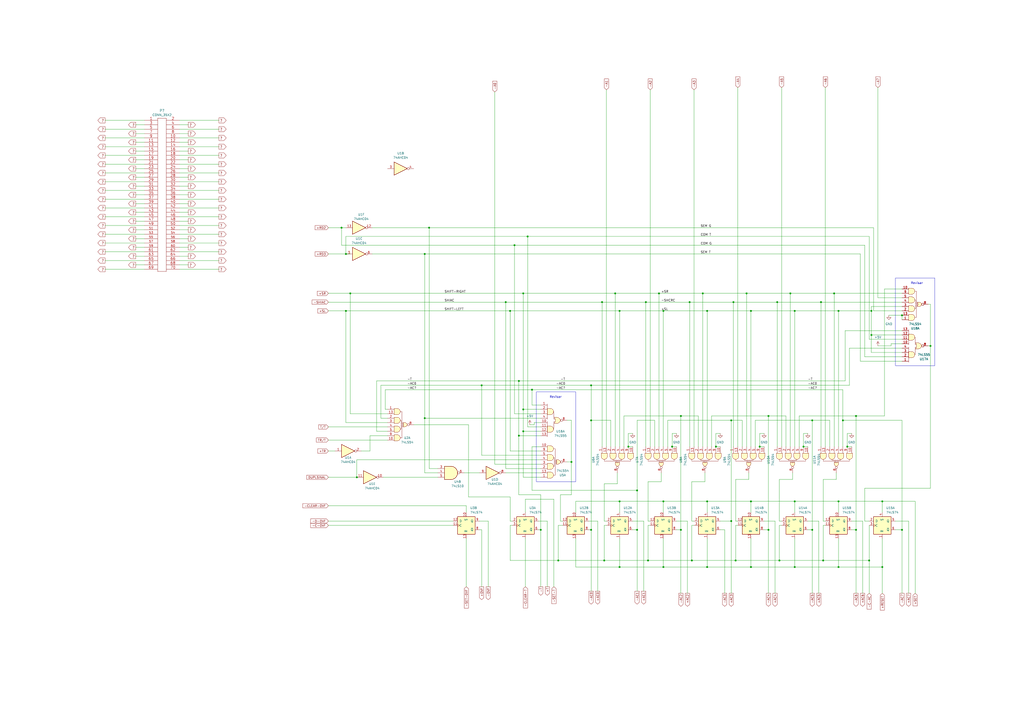
<source format=kicad_sch>
(kicad_sch (version 20250114) (generator "eeschema") (generator_version "9.0")
  (paper "A2")
  (title_block (date "2 aug 2016"))
  (rectangle (start 311.15 227.33) (end 334.01 279.4))
  (rectangle (start 519.43 161.29) (end 542.29 212.09))
  (text "Revisar" (at 318.77 231.14 0) (effects (font (size 1.27 1.27)) (justify left bottom)))
  (text "Revisar" (at 528.32 165.1 0) (effects (font (size 1.27 1.27)) (justify left bottom)))
  (junction (at 369.57 284.48))
  (junction (at 303.53 170.18))
  (junction (at 375.92 325.12))
  (junction (at 511.81 290.83))
  (junction (at 313.69 307.34))
  (junction (at 279.4 223.52))
  (junction (at 342.9 223.52))
  (junction (at 394.97 241.3))
  (junction (at 401.32 325.12))
  (junction (at 486.41 180.34))
  (junction (at 374.65 175.26))
  (junction (at 300.99 252.73))
  (junction (at 435.61 180.34))
  (junction (at 410.21 328.93))
  (junction (at 342.9 243.84))
  (junction (at 394.97 307.34))
  (junction (at 435.61 328.93))
  (junction (at 246.38 242.57))
  (junction (at 298.45 142.24))
  (junction (at 486.41 290.83))
  (junction (at 389.89 259.08))
  (junction (at 476.25 175.26))
  (junction (at 511.81 328.93))
  (junction (at 461.01 290.83))
  (junction (at 486.41 328.93))
  (junction (at 364.49 259.08))
  (junction (at 450.85 175.26))
  (junction (at 461.01 328.93))
  (junction (at 300.99 220.98))
  (junction (at 504.19 325.12))
  (junction (at 248.92 132.08))
  (junction (at 295.91 180.34))
  (junction (at 491.49 259.08))
  (junction (at 458.47 170.18))
  (junction (at 384.81 290.83))
  (junction (at 523.24 307.34))
  (junction (at 523.24 182.88))
  (junction (at 359.41 328.93))
  (junction (at 384.81 328.93))
  (junction (at 477.52 325.12))
  (junction (at 306.07 137.16))
  (junction (at 359.41 180.34))
  (junction (at 426.72 325.12))
  (junction (at 369.57 307.34))
  (junction (at 331.47 267.97))
  (junction (at 505.46 180.34))
  (junction (at 496.57 307.34))
  (junction (at 350.52 325.12))
  (junction (at 356.87 170.18))
  (junction (at 445.77 241.3))
  (junction (at 424.18 302.26))
  (junction (at 303.53 250.19))
  (junction (at 342.9 307.34))
  (junction (at 203.2 170.18))
  (junction (at 471.17 243.84))
  (junction (at 384.81 180.34))
  (junction (at 452.12 325.12))
  (junction (at 471.17 307.34))
  (junction (at 382.27 170.18))
  (junction (at 308.61 226.06))
  (junction (at 207.01 276.86))
  (junction (at 293.37 175.26))
  (junction (at 323.85 325.12))
  (junction (at 425.45 175.26))
  (junction (at 505.46 194.31))
  (junction (at 303.53 237.49))
  (junction (at 461.01 180.34))
  (junction (at 349.25 175.26))
  (junction (at 445.77 307.34))
  (junction (at 415.29 259.08))
  (junction (at 410.21 290.83))
  (junction (at 359.41 290.83))
  (junction (at 483.87 170.18))
  (junction (at 246.38 147.32))
  (junction (at 198.12 132.08))
  (junction (at 435.61 290.83))
  (junction (at 410.21 180.34))
  (junction (at 400.05 175.26))
  (junction (at 424.18 243.84))
  (junction (at 407.67 170.18))
  (junction (at 539.75 200.66))
  (junction (at 466.09 259.08))
  (junction (at 200.66 180.34))
  (junction (at 496.57 241.3))
  (junction (at 200.66 147.32))
  (junction (at 440.69 259.08))
  (junction (at 433.07 170.18))
  (junction (at 488.95 243.84))
  (wire (pts (xy 369.57 307.34) (xy 369.57 342.9)))
  (wire (pts (xy 373.38 302.26) (xy 373.38 342.9)))
  (wire (pts (xy 488.95 243.84) (xy 488.95 226.06)))
  (wire (pts (xy 486.41 180.34) (xy 486.41 259.08)))
  (wire (pts (xy 477.52 304.8) (xy 477.52 325.12)))
  (wire (pts (xy 127 100.33) (xy 104.14 100.33)))
  (wire (pts (xy 523.24 201.93) (xy 492.76 201.93)))
  (wire (pts (xy 334.01 290.83) (xy 359.41 290.83)))
  (wire (pts (xy 350.52 304.8) (xy 350.52 325.12)))
  (wire (pts (xy 492.76 201.93) (xy 492.76 223.52)))
  (wire (pts (xy 78.74 153.67) (xy 83.82 153.67)))
  (wire (pts (xy 488.95 243.84) (xy 488.95 259.08)))
  (wire (pts (xy 392.43 251.46) (xy 389.89 251.46)))
  (wire (pts (xy 412.75 241.3) (xy 445.77 241.3)))
  (wire (pts (xy 392.43 302.26) (xy 398.78 302.26)))
  (wire (pts (xy 523.24 204.47) (xy 505.46 204.47)))
  (wire (pts (xy 104.14 148.59) (xy 109.22 148.59)))
  (wire (pts (xy 383.54 279.4) (xy 383.54 274.32)))
  (wire (pts (xy 127 69.85) (xy 104.14 69.85)))
  (wire (pts (xy 83.82 143.51) (xy 78.74 143.51)))
  (wire (pts (xy 127 130.81) (xy 104.14 130.81)))
  (wire (pts (xy 127 156.21) (xy 104.14 156.21)))
  (wire (pts (xy 351.79 304.8) (xy 350.52 304.8)))
  (wire (pts (xy 523.24 196.85) (xy 504.19 196.85)))
  (wire (pts (xy 109.22 77.47) (xy 104.14 77.47)))
  (wire (pts (xy 471.17 243.84) (xy 471.17 307.34)))
  (wire (pts (xy 78.74 72.39) (xy 83.82 72.39)))
  (wire (pts (xy 306.07 137.16) (xy 306.07 247.65)))
  (wire (pts (xy 78.74 97.79) (xy 83.82 97.79)))
  (wire (pts (xy 410.21 312.42) (xy 410.21 328.93)))
  (wire (pts (xy 109.22 118.11) (xy 104.14 118.11)))
  (wire (pts (xy 297.18 304.8) (xy 295.91 304.8)))
  (wire (pts (xy 109.22 87.63) (xy 104.14 87.63)))
  (wire (pts (xy 459.74 278.13) (xy 459.74 274.32)))
  (wire (pts (xy 412.75 259.08) (xy 412.75 241.3)))
  (wire (pts (xy 200.66 147.32) (xy 203.2 147.32)))
  (wire (pts (xy 427.99 302.26) (xy 426.72 302.26)))
  (wire (pts (xy 127 80.01) (xy 104.14 80.01)))
  (wire (pts (xy 313.69 240.03) (xy 298.45 240.03)))
  (wire (pts (xy 127 125.73) (xy 104.14 125.73)))
  (wire (pts (xy 326.39 302.26) (xy 325.12 302.26)))
  (wire (pts (xy 78.74 77.47) (xy 83.82 77.47)))
  (wire (pts (xy 313.69 247.65) (xy 306.07 247.65)))
  (wire (pts (xy 359.41 180.34) (xy 384.81 180.34)))
  (wire (pts (xy 109.22 138.43) (xy 104.14 138.43)))
  (wire (pts (xy 490.22 191.77) (xy 490.22 220.98)))
  (wire (pts (xy 326.39 304.8) (xy 323.85 304.8)))
  (wire (pts (xy 410.21 328.93) (xy 435.61 328.93)))
  (wire (pts (xy 203.2 170.18) (xy 203.2 240.03)))
  (wire (pts (xy 433.07 170.18) (xy 433.07 259.08)))
  (wire (pts (xy 109.22 92.71) (xy 104.14 92.71)))
  (wire (pts (xy 424.18 243.84) (xy 430.53 243.84)))
  (wire (pts (xy 427.99 304.8) (xy 426.72 304.8)))
  (wire (pts (xy 342.9 223.52) (xy 492.76 223.52)))
  (wire (pts (xy 440.69 251.46) (xy 440.69 259.08)))
  (wire (pts (xy 401.32 304.8) (xy 401.32 325.12)))
  (wire (pts (xy 220.98 223.52) (xy 279.4 223.52)))
  (wire (pts (xy 200.66 180.34) (xy 295.91 180.34)))
  (wire (pts (xy 394.97 241.3) (xy 394.97 307.34)))
  (wire (pts (xy 109.22 143.51) (xy 104.14 143.51)))
  (wire (pts (xy 312.42 302.26) (xy 317.5 302.26)))
  (wire (pts (xy 494.03 251.46) (xy 491.49 251.46)))
  (wire (pts (xy 481.33 243.84) (xy 481.33 259.08)))
  (wire (pts (xy 248.92 132.08) (xy 506.73 132.08)))
  (wire (pts (xy 375.92 302.26) (xy 375.92 279.4)))
  (wire (pts (xy 207.01 266.7) (xy 313.69 266.7)))
  (wire (pts (xy 214.63 261.62) (xy 214.63 252.73)))
  (wire (pts (xy 271.78 288.29) (xy 295.91 288.29)))
  (wire (pts (xy 486.41 180.34) (xy 505.46 180.34)))
  (wire (pts (xy 443.23 251.46) (xy 440.69 251.46)))
  (wire (pts (xy 308.61 284.48) (xy 369.57 284.48)))
  (wire (pts (xy 445.77 307.34) (xy 445.77 344.17)))
  (wire (pts (xy 60.96 110.49) (xy 83.82 110.49)))
  (wire (pts (xy 190.5 175.26) (xy 293.37 175.26)))
  (wire (pts (xy 501.65 283.21) (xy 539.75 283.21)))
  (wire (pts (xy 485.14 278.13) (xy 485.14 274.32)))
  (wire (pts (xy 452.12 304.8) (xy 452.12 325.12)))
  (wire (pts (xy 78.74 102.87) (xy 83.82 102.87)))
  (wire (pts (xy 415.29 251.46) (xy 415.29 259.08)))
  (wire (pts (xy 427.99 50.8) (xy 427.99 259.08)))
  (wire (pts (xy 293.37 175.26) (xy 349.25 175.26)))
  (wire (pts (xy 443.23 307.34) (xy 445.77 307.34)))
  (wire (pts (xy 303.53 170.18) (xy 356.87 170.18)))
  (wire (pts (xy 523.24 194.31) (xy 505.46 194.31)))
  (wire (pts (xy 402.59 302.26) (xy 401.32 302.26)))
  (wire (pts (xy 375.92 325.12) (xy 401.32 325.12)))
  (wire (pts (xy 455.93 241.3) (xy 455.93 259.08)))
  (wire (pts (xy 449.58 344.17) (xy 449.58 302.26)))
  (wire (pts (xy 328.93 267.97) (xy 331.47 267.97)))
  (wire (pts (xy 449.58 302.26) (xy 443.23 302.26)))
  (wire (pts (xy 501.65 207.01) (xy 501.65 142.24)))
  (wire (pts (xy 127 135.89) (xy 104.14 135.89)))
  (wire (pts (xy 400.05 175.26) (xy 400.05 259.08)))
  (wire (pts (xy 476.25 175.26) (xy 476.25 259.08)))
  (wire (pts (xy 445.77 241.3) (xy 455.93 241.3)))
  (wire (pts (xy 60.96 74.93) (xy 83.82 74.93)))
  (wire (pts (xy 218.44 220.98) (xy 300.99 220.98)))
  (wire (pts (xy 215.9 132.08) (xy 248.92 132.08)))
  (wire (pts (xy 325.12 287.02) (xy 331.47 287.02)))
  (wire (pts (xy 300.99 220.98) (xy 490.22 220.98)))
  (wire (pts (xy 410.21 290.83) (xy 410.21 297.18)))
  (wire (pts (xy 474.98 302.26) (xy 474.98 344.17)))
  (wire (pts (xy 435.61 180.34) (xy 435.61 259.08)))
  (wire (pts (xy 513.08 167.64) (xy 513.08 241.3)))
  (wire (pts (xy 200.66 137.16) (xy 200.66 147.32)))
  (wire (pts (xy 295.91 304.8) (xy 295.91 325.12)))
  (wire (pts (xy 356.87 170.18) (xy 356.87 259.08)))
  (wire (pts (xy 78.74 92.71) (xy 83.82 92.71)))
  (wire (pts (xy 279.4 307.34) (xy 279.4 340.36)))
  (wire (pts (xy 341.63 307.34) (xy 342.9 307.34)))
  (wire (pts (xy 384.81 180.34) (xy 384.81 259.08)))
  (wire (pts (xy 328.93 243.84) (xy 331.47 243.84)))
  (wire (pts (xy 303.53 250.19) (xy 313.69 250.19)))
  (wire (pts (xy 190.5 247.65) (xy 224.79 247.65)))
  (wire (pts (xy 523.24 172.72) (xy 509.27 172.72)))
  (wire (pts (xy 374.65 259.08) (xy 374.65 175.26)))
  (wire (pts (xy 433.07 170.18) (xy 458.47 170.18)))
  (wire (pts (xy 435.61 312.42) (xy 435.61 328.93)))
  (wire (pts (xy 313.69 261.62) (xy 295.91 261.62)))
  (wire (pts (xy 246.38 242.57) (xy 246.38 147.32)))
  (wire (pts (xy 269.24 274.32) (xy 278.13 274.32)))
  (wire (pts (xy 334.01 328.93) (xy 359.41 328.93)))
  (wire (pts (xy 313.69 307.34) (xy 313.69 340.36)))
  (wire (pts (xy 60.96 140.97) (xy 83.82 140.97)))
  (wire (pts (xy 440.69 259.08) (xy 443.23 259.08)))
  (wire (pts (xy 109.22 133.35) (xy 104.14 133.35)))
  (wire (pts (xy 309.88 245.11) (xy 313.69 245.11)))
  (wire (pts (xy 463.55 241.3) (xy 463.55 259.08)))
  (wire (pts (xy 60.96 151.13) (xy 83.82 151.13)))
  (wire (pts (xy 461.01 290.83) (xy 486.41 290.83)))
  (wire (pts (xy 200.66 245.11) (xy 224.79 245.11)))
  (wire (pts (xy 361.95 241.3) (xy 394.97 241.3)))
  (wire (pts (xy 60.96 115.57) (xy 83.82 115.57)))
  (wire (pts (xy 461.01 180.34) (xy 461.01 259.08)))
  (wire (pts (xy 434.34 274.32) (xy 434.34 278.13)))
  (wire (pts (xy 60.96 135.89) (xy 83.82 135.89)))
  (wire (pts (xy 350.52 302.26) (xy 350.52 280.67)))
  (wire (pts (xy 127 146.05) (xy 104.14 146.05)))
  (wire (pts (xy 426.72 304.8) (xy 426.72 325.12)))
  (wire (pts (xy 200.66 180.34) (xy 200.66 245.11)))
  (wire (pts (xy 298.45 142.24) (xy 501.65 142.24)))
  (wire (pts (xy 224.79 250.19) (xy 218.44 250.19)))
  (wire (pts (xy 309.88 246.38) (xy 309.88 245.11)))
  (wire (pts (xy 367.03 307.34) (xy 369.57 307.34)))
  (wire (pts (xy 461.01 312.42) (xy 461.01 328.93)))
  (wire (pts (xy 523.24 167.64) (xy 513.08 167.64)))
  (wire (pts (xy 78.74 128.27) (xy 83.82 128.27)))
  (wire (pts (xy 198.12 142.24) (xy 298.45 142.24)))
  (wire (pts (xy 349.25 175.26) (xy 349.25 259.08)))
  (wire (pts (xy 458.47 170.18) (xy 458.47 259.08)))
  (wire (pts (xy 321.31 289.56) (xy 321.31 340.36)))
  (wire (pts (xy 523.24 243.84) (xy 488.95 243.84)))
  (wire (pts (xy 215.9 147.32) (xy 246.38 147.32)))
  (wire (pts (xy 417.83 302.26) (xy 424.18 302.26)))
  (wire (pts (xy 538.48 176.53) (xy 539.75 176.53)))
  (wire (pts (xy 60.96 125.73) (xy 83.82 125.73)))
  (wire (pts (xy 127 120.65) (xy 104.14 120.65)))
  (wire (pts (xy 369.57 243.84) (xy 369.57 284.48)))
  (wire (pts (xy 504.19 325.12) (xy 504.19 304.8)))
  (wire (pts (xy 300.99 220.98) (xy 300.99 252.73)))
  (wire (pts (xy 287.02 269.24) (xy 287.02 53.34)))
  (wire (pts (xy 375.92 279.4) (xy 383.54 279.4)))
  (wire (pts (xy 506.73 180.34) (xy 523.24 180.34)))
  (wire (pts (xy 494.03 302.26) (xy 500.38 302.26)))
  (wire (pts (xy 387.35 259.08) (xy 387.35 243.84)))
  (wire (pts (xy 410.21 290.83) (xy 435.61 290.83)))
  (wire (pts (xy 313.69 264.16) (xy 279.4 264.16)))
  (wire (pts (xy 295.91 325.12) (xy 323.85 325.12)))
  (wire (pts (xy 109.22 72.39) (xy 104.14 72.39)))
  (wire (pts (xy 486.41 290.83) (xy 511.81 290.83)))
  (wire (pts (xy 359.41 290.83) (xy 384.81 290.83)))
  (wire (pts (xy 190.5 255.27) (xy 224.79 255.27)))
  (wire (pts (xy 198.12 142.24) (xy 198.12 132.08)))
  (wire (pts (xy 483.87 170.18) (xy 523.24 170.18)))
  (wire (pts (xy 60.96 105.41) (xy 83.82 105.41)))
  (wire (pts (xy 516.89 199.39) (xy 516.89 200.66)))
  (wire (pts (xy 341.63 302.26) (xy 346.71 302.26)))
  (wire (pts (xy 452.12 302.26) (xy 452.12 278.13)))
  (wire (pts (xy 539.75 200.66) (xy 539.75 283.21)))
  (wire (pts (xy 109.22 153.67) (xy 104.14 153.67)))
  (wire (pts (xy 491.49 259.08) (xy 494.03 259.08)))
  (wire (pts (xy 262.89 304.8) (xy 190.5 304.8)))
  (wire (pts (xy 453.39 302.26) (xy 452.12 302.26)))
  (wire (pts (xy 323.85 325.12) (xy 350.52 325.12)))
  (wire (pts (xy 60.96 120.65) (xy 83.82 120.65)))
  (wire (pts (xy 523.24 199.39) (xy 516.89 199.39)))
  (wire (pts (xy 127 95.25) (xy 104.14 95.25)))
  (wire (pts (xy 389.89 251.46) (xy 389.89 259.08)))
  (wire (pts (xy 523.24 307.34) (xy 523.24 243.84)))
  (wire (pts (xy 425.45 175.26) (xy 450.85 175.26)))
  (wire (pts (xy 425.45 175.26) (xy 425.45 259.08)))
  (wire (pts (xy 60.96 85.09) (xy 83.82 85.09)))
  (wire (pts (xy 359.41 312.42) (xy 359.41 328.93)))
  (wire (pts (xy 295.91 302.26) (xy 297.18 302.26)))
  (wire (pts (xy 450.85 175.26) (xy 476.25 175.26)))
  (wire (pts (xy 367.03 302.26) (xy 373.38 302.26)))
  (wire (pts (xy 334.01 297.18) (xy 334.01 290.83)))
  (wire (pts (xy 500.38 302.26) (xy 500.38 344.17)))
  (wire (pts (xy 384.81 290.83) (xy 410.21 290.83)))
  (wire (pts (xy 384.81 328.93) (xy 410.21 328.93)))
  (wire (pts (xy 109.22 97.79) (xy 104.14 97.79)))
  (wire (pts (xy 222.25 276.86) (xy 254 276.86)))
  (wire (pts (xy 468.63 302.26) (xy 474.98 302.26)))
  (wire (pts (xy 190.5 170.18) (xy 203.2 170.18)))
  (wire (pts (xy 523.24 209.55) (xy 499.11 209.55)))
  (wire (pts (xy 511.81 328.93) (xy 511.81 312.42)))
  (wire (pts (xy 496.57 241.3) (xy 513.08 241.3)))
  (wire (pts (xy 369.57 284.48) (xy 369.57 307.34)))
  (wire (pts (xy 398.78 302.26) (xy 398.78 344.17)))
  (wire (pts (xy 377.19 304.8) (xy 375.92 304.8)))
  (wire (pts (xy 486.41 290.83) (xy 486.41 297.18)))
  (wire (pts (xy 367.03 251.46) (xy 364.49 251.46)))
  (wire (pts (xy 127 140.97) (xy 104.14 140.97)))
  (wire (pts (xy 248.92 271.78) (xy 254 271.78)))
  (wire (pts (xy 405.13 241.3) (xy 405.13 259.08)))
  (wire (pts (xy 505.46 194.31) (xy 505.46 180.34)))
  (wire (pts (xy 519.43 307.34) (xy 523.24 307.34)))
  (wire (pts (xy 452.12 325.12) (xy 477.52 325.12)))
  (wire (pts (xy 478.79 302.26) (xy 477.52 302.26)))
  (wire (pts (xy 127 110.49) (xy 104.14 110.49)))
  (wire (pts (xy 435.61 328.93) (xy 461.01 328.93)))
  (wire (pts (xy 394.97 307.34) (xy 394.97 344.17)))
  (wire (pts (xy 295.91 180.34) (xy 359.41 180.34)))
  (wire (pts (xy 127 151.13) (xy 104.14 151.13)))
  (wire (pts (xy 483.87 170.18) (xy 483.87 259.08)))
  (wire (pts (xy 313.69 269.24) (xy 287.02 269.24)))
  (wire (pts (xy 248.92 132.08) (xy 248.92 271.78)))
  (wire (pts (xy 527.05 302.26) (xy 519.43 302.26)))
  (wire (pts (xy 334.01 312.42) (xy 334.01 328.93)))
  (wire (pts (xy 509.27 200.66) (xy 516.89 200.66)))
  (wire (pts (xy 369.57 243.84) (xy 379.73 243.84)))
  (wire (pts (xy 461.01 328.93) (xy 486.41 328.93)))
  (wire (pts (xy 127 105.41) (xy 104.14 105.41)))
  (wire (pts (xy 298.45 240.03) (xy 298.45 142.24)))
  (wire (pts (xy 60.96 95.25) (xy 83.82 95.25)))
  (wire (pts (xy 461.01 290.83) (xy 461.01 297.18)))
  (wire (pts (xy 486.41 328.93) (xy 511.81 328.93)))
  (wire (pts (xy 384.81 312.42) (xy 384.81 328.93)))
  (wire (pts (xy 401.32 302.26) (xy 401.32 279.4)))
  (wire (pts (xy 384.81 180.34) (xy 410.21 180.34)))
  (wire (pts (xy 356.87 170.18) (xy 382.27 170.18)))
  (wire (pts (xy 511.81 290.83) (xy 511.81 297.18)))
  (wire (pts (xy 496.57 307.34) (xy 494.03 307.34)))
  (wire (pts (xy 313.69 259.08) (xy 308.61 259.08)))
  (wire (pts (xy 207.01 266.7) (xy 207.01 276.86)))
  (wire (pts (xy 402.59 304.8) (xy 401.32 304.8)))
  (wire (pts (xy 424.18 302.26) (xy 424.18 344.17)))
  (wire (pts (xy 308.61 226.06) (xy 308.61 234.95)))
  (wire (pts (xy 78.74 82.55) (xy 83.82 82.55)))
  (wire (pts (xy 295.91 288.29) (xy 295.91 302.26)))
  (wire (pts (xy 382.27 170.18) (xy 407.67 170.18)))
  (wire (pts (xy 400.05 175.26) (xy 425.45 175.26)))
  (wire (pts (xy 60.96 146.05) (xy 83.82 146.05)))
  (wire (pts (xy 458.47 170.18) (xy 483.87 170.18)))
  (wire (pts (xy 471.17 243.84) (xy 481.33 243.84)))
  (wire (pts (xy 426.72 325.12) (xy 452.12 325.12)))
  (wire (pts (xy 435.61 290.83) (xy 435.61 297.18)))
  (wire (pts (xy 375.92 304.8) (xy 375.92 325.12)))
  (wire (pts (xy 466.09 251.46) (xy 466.09 259.08)))
  (wire (pts (xy 223.52 226.06) (xy 308.61 226.06)))
  (wire (pts (xy 283.21 340.36) (xy 283.21 302.26)))
  (wire (pts (xy 127 85.09) (xy 104.14 85.09)))
  (wire (pts (xy 477.52 325.12) (xy 504.19 325.12)))
  (wire (pts (xy 109.22 82.55) (xy 104.14 82.55)))
  (wire (pts (xy 254 274.32) (xy 246.38 274.32)))
  (wire (pts (xy 190.5 293.37) (xy 270.51 293.37)))
  (wire (pts (xy 359.41 290.83) (xy 359.41 297.18)))
  (wire (pts (xy 127 74.93) (xy 104.14 74.93)))
  (wire (pts (xy 303.53 237.49) (xy 313.69 237.49)))
  (wire (pts (xy 505.46 204.47) (xy 505.46 194.31)))
  (wire (pts (xy 364.49 251.46) (xy 364.49 259.08)))
  (wire (pts (xy 350.52 280.67) (xy 358.14 280.67)))
  (wire (pts (xy 407.67 170.18) (xy 433.07 170.18)))
  (wire (pts (xy 317.5 302.26) (xy 317.5 340.36)))
  (wire (pts (xy 486.41 312.42) (xy 486.41 328.93)))
  (wire (pts (xy 194.31 261.62) (xy 190.5 261.62)))
  (wire (pts (xy 313.69 271.78) (xy 293.37 271.78)))
  (wire (pts (xy 496.57 344.17) (xy 496.57 307.34)))
  (wire (pts (xy 190.5 132.08) (xy 198.12 132.08)))
  (wire (pts (xy 358.14 280.67) (xy 358.14 274.32)))
  (wire (pts (xy 478.79 259.08) (xy 478.79 50.8)))
  (wire (pts (xy 401.32 279.4) (xy 408.94 279.4)))
  (wire (pts (xy 410.21 180.34) (xy 410.21 259.08)))
  (wire (pts (xy 496.57 241.3) (xy 496.57 307.34)))
  (wire (pts (xy 445.77 241.3) (xy 445.77 307.34)))
  (wire (pts (xy 359.41 180.34) (xy 359.41 259.08)))
  (wire (pts (xy 304.8 297.18) (xy 304.8 289.56)))
  (wire (pts (xy 408.94 279.4) (xy 408.94 274.32)))
  (wire (pts (xy 279.4 223.52) (xy 279.4 264.16)))
  (wire (pts (xy 304.8 289.56) (xy 321.31 289.56)))
  (wire (pts (xy 349.25 175.26) (xy 374.65 175.26)))
  (wire (pts (xy 293.37 274.32) (xy 313.69 274.32)))
  (wire (pts (xy 60.96 80.01) (xy 83.82 80.01)))
  (wire (pts (xy 200.66 137.16) (xy 306.07 137.16)))
  (wire (pts (xy 109.22 102.87) (xy 104.14 102.87)))
  (wire (pts (xy 527.05 344.17) (xy 527.05 302.26)))
  (wire (pts (xy 394.97 241.3) (xy 405.13 241.3)))
  (wire (pts (xy 308.61 234.95) (xy 313.69 234.95)))
  (wire (pts (xy 476.25 175.26) (xy 523.24 175.26)))
  (wire (pts (xy 415.29 259.08) (xy 417.83 259.08)))
  (wire (pts (xy 190.5 147.32) (xy 200.66 147.32)))
  (wire (pts (xy 420.37 344.17) (xy 420.37 307.34)))
  (wire (pts (xy 382.27 170.18) (xy 382.27 259.08)))
  (wire (pts (xy 530.86 290.83) (xy 511.81 290.83)))
  (wire (pts (xy 392.43 307.34) (xy 394.97 307.34)))
  (wire (pts (xy 203.2 170.18) (xy 303.53 170.18)))
  (wire (pts (xy 435.61 180.34) (xy 461.01 180.34)))
  (wire (pts (xy 109.22 107.95) (xy 104.14 107.95)))
  (wire (pts (xy 271.78 246.38) (xy 271.78 288.29)))
  (wire (pts (xy 246.38 274.32) (xy 246.38 242.57)))
  (wire (pts (xy 539.75 176.53) (xy 539.75 200.66)))
  (wire (pts (xy 491.49 251.46) (xy 491.49 259.08)))
  (wire (pts (xy 283.21 302.26) (xy 278.13 302.26)))
  (wire (pts (xy 515.62 182.88) (xy 523.24 182.88)))
  (wire (pts (xy 505.46 180.34) (xy 505.46 177.8)))
  (wire (pts (xy 420.37 307.34) (xy 417.83 307.34)))
  (wire (pts (xy 501.65 302.26) (xy 504.19 302.26)))
  (wire (pts (xy 300.99 252.73) (xy 313.69 252.73)))
  (wire (pts (xy 224.79 240.03) (xy 203.2 240.03)))
  (wire (pts (xy 60.96 130.81) (xy 83.82 130.81)))
  (wire (pts (xy 60.96 100.33) (xy 83.82 100.33)))
  (wire (pts (xy 523.24 307.34) (xy 523.24 344.17)))
  (wire (pts (xy 223.52 237.49) (xy 224.79 237.49)))
  (wire (pts (xy 351.79 302.26) (xy 350.52 302.26)))
  (wire (pts (xy 78.74 133.35) (xy 83.82 133.35)))
  (wire (pts (xy 306.07 137.16) (xy 504.19 137.16)))
  (wire (pts (xy 402.59 259.08) (xy 402.59 52.07)))
  (wire (pts (xy 523.24 191.77) (xy 490.22 191.77)))
  (wire (pts (xy 214.63 252.73) (xy 224.79 252.73)))
  (wire (pts (xy 270.51 312.42) (xy 270.51 340.36)))
  (wire (pts (xy 300.99 287.02) (xy 313.69 287.02)))
  (wire (pts (xy 361.95 259.08) (xy 361.95 241.3)))
  (wire (pts (xy 293.37 175.26) (xy 293.37 271.78)))
  (wire (pts (xy 308.61 226.06) (xy 488.95 226.06)))
  (wire (pts (xy 523.24 207.01) (xy 501.65 207.01)))
  (wire (pts (xy 438.15 259.08) (xy 438.15 243.84)))
  (wire (pts (xy 438.15 243.84) (xy 471.17 243.84)))
  (wire (pts (xy 223.52 237.49) (xy 223.52 226.06)))
  (wire (pts (xy 359.41 328.93) (xy 384.81 328.93)))
  (wire (pts (xy 78.74 113.03) (xy 83.82 113.03)))
  (wire (pts (xy 461.01 180.34) (xy 486.41 180.34)))
  (wire (pts (xy 410.21 180.34) (xy 435.61 180.34)))
  (wire (pts (xy 379.73 243.84) (xy 379.73 259.08)))
  (wire (pts (xy 354.33 259.08) (xy 354.33 243.84)))
  (wire (pts (xy 78.74 123.19) (xy 83.82 123.19)))
  (wire (pts (xy 278.13 307.34) (xy 279.4 307.34)))
  (wire (pts (xy 530.86 344.17) (xy 530.86 290.83)))
  (wire (pts (xy 342.9 243.84) (xy 342.9 307.34)))
  (wire (pts (xy 504.19 344.17) (xy 504.19 325.12)))
  (wire (pts (xy 346.71 302.26) (xy 346.71 342.9)))
  (wire (pts (xy 407.67 170.18) (xy 407.67 259.08)))
  (wire (pts (xy 477.52 278.13) (xy 485.14 278.13)))
  (wire (pts (xy 303.53 237.49) (xy 303.53 250.19)))
  (wire (pts (xy 384.81 290.83) (xy 384.81 297.18)))
  (wire (pts (xy 303.53 170.18) (xy 303.53 237.49)))
  (wire (pts (xy 240.03 246.38) (xy 271.78 246.38)))
  (wire (pts (xy 468.63 307.34) (xy 471.17 307.34)))
  (wire (pts (xy 246.38 242.57) (xy 313.69 242.57)))
  (wire (pts (xy 511.81 344.17) (xy 511.81 328.93)))
  (wire (pts (xy 190.5 276.86) (xy 207.01 276.86)))
  (wire (pts (xy 506.73 132.08) (xy 506.73 180.34)))
  (wire (pts (xy 78.74 148.59) (xy 83.82 148.59)))
  (wire (pts (xy 304.8 312.42) (xy 304.8 340.36)))
  (wire (pts (xy 78.74 107.95) (xy 83.82 107.95)))
  (wire (pts (xy 246.38 147.32) (xy 499.11 147.32)))
  (wire (pts (xy 127 115.57) (xy 104.14 115.57)))
  (wire (pts (xy 109.22 113.03) (xy 104.14 113.03)))
  (wire (pts (xy 303.53 250.19) (xy 303.53 276.86)))
  (wire (pts (xy 307.34 246.38) (xy 309.88 246.38)))
  (wire (pts (xy 308.61 259.08) (xy 308.61 284.48)))
  (wire (pts (xy 450.85 175.26) (xy 450.85 259.08)))
  (wire (pts (xy 499.11 209.55) (xy 499.11 147.32)))
  (wire (pts (xy 505.46 177.8) (xy 523.24 177.8)))
  (wire (pts (xy 60.96 69.85) (xy 83.82 69.85)))
  (wire (pts (xy 220.98 242.57) (xy 224.79 242.57)))
  (wire (pts (xy 350.52 325.12) (xy 375.92 325.12)))
  (wire (pts (xy 523.24 182.88) (xy 523.24 185.42)))
  (wire (pts (xy 466.09 259.08) (xy 468.63 259.08)))
  (wire (pts (xy 342.9 243.84) (xy 342.9 223.52)))
  (wire (pts (xy 300.99 252.73) (xy 300.99 287.02)))
  (wire (pts (xy 60.96 156.21) (xy 83.82 156.21)))
  (wire (pts (xy 504.19 137.16) (xy 504.19 196.85)))
  (wire (pts (xy 387.35 243.84) (xy 424.18 243.84)))
  (wire (pts (xy 374.65 175.26) (xy 400.05 175.26)))
  (wire (pts (xy 426.72 302.26) (xy 426.72 278.13)))
  (wire (pts (xy 351.79 52.07) (xy 351.79 259.08)))
  (wire (pts (xy 303.53 276.86) (xy 313.69 276.86)))
  (wire (pts (xy 325.12 302.26) (xy 325.12 287.02)))
  (wire (pts (xy 313.69 307.34) (xy 312.42 307.34)))
  (wire (pts (xy 453.39 259.08) (xy 453.39 50.8)))
  (wire (pts (xy 538.48 200.66) (xy 539.75 200.66)))
  (wire (pts (xy 190.5 180.34) (xy 200.66 180.34)))
  (wire (pts (xy 218.44 250.19) (xy 218.44 220.98)))
  (wire (pts (xy 190.5 302.26) (xy 262.89 302.26)))
  (wire (pts (xy 417.83 251.46) (xy 415.29 251.46)))
  (wire (pts (xy 377.19 302.26) (xy 375.92 302.26)))
  (wire (pts (xy 313.69 287.02) (xy 313.69 307.34)))
  (wire (pts (xy 377.19 52.07) (xy 377.19 259.08)))
  (wire (pts (xy 426.72 278.13) (xy 434.34 278.13)))
  (wire (pts (xy 78.74 87.63) (xy 83.82 87.63)))
  (wire (pts (xy 354.33 243.84) (xy 342.9 243.84)))
  (wire (pts (xy 78.74 118.11) (xy 83.82 118.11)))
  (wire (pts (xy 435.61 290.83) (xy 461.01 290.83)))
  (wire (pts (xy 501.65 302.26) (xy 501.65 283.21)))
  (wire (pts (xy 331.47 287.02) (xy 331.47 267.97)))
  (wire (pts (xy 220.98 223.52) (xy 220.98 242.57)))
  (wire (pts (xy 496.57 241.3) (xy 463.55 241.3)))
  (wire (pts (xy 323.85 304.8) (xy 323.85 325.12)))
  (wire (pts (xy 468.63 251.46) (xy 466.09 251.46)))
  (wire (pts (xy 109.22 128.27) (xy 104.14 128.27)))
  (wire (pts (xy 127 90.17) (xy 104.14 90.17)))
  (wire (pts (xy 453.39 304.8) (xy 452.12 304.8)))
  (wire (pts (xy 214.63 261.62) (xy 209.55 261.62)))
  (wire (pts (xy 331.47 243.84) (xy 331.47 267.97)))
  (wire (pts (xy 452.12 278.13) (xy 459.74 278.13)))
  (wire (pts (xy 295.91 261.62) (xy 295.91 180.34)))
  (wire (pts (xy 509.27 172.72) (xy 509.27 50.8)))
  (wire (pts (xy 401.32 325.12) (xy 426.72 325.12)))
  (wire (pts (xy 109.22 123.19) (xy 104.14 123.19)))
  (wire (pts (xy 83.82 138.43) (xy 78.74 138.43)))
  (wire (pts (xy 471.17 307.34) (xy 471.17 344.17)))
  (wire (pts (xy 478.79 304.8) (xy 477.52 304.8)))
  (wire (pts (xy 60.96 90.17) (xy 83.82 90.17)))
  (wire (pts (xy 198.12 132.08) (xy 200.66 132.08)))
  (wire (pts (xy 424.18 243.84) (xy 424.18 302.26)))
  (wire (pts (xy 477.52 302.26) (xy 477.52 278.13)))
  (wire (pts (xy 279.4 223.52) (xy 342.9 223.52)))
  (wire (pts (xy 270.51 293.37) (xy 270.51 297.18)))
  (wire (pts (xy 430.53 243.84) (xy 430.53 259.08)))
  (wire (pts (xy 364.49 259.08) (xy 367.03 259.08)))
  (wire (pts (xy 389.89 259.08) (xy 392.43 259.08)))
  (wire (pts (xy 342.9 307.34) (xy 342.9 342.9)))
  (label "-AC7" (at 468.63 226.06 0))
  (label "SHIFT-LEFT" (at 257.81 180.34 0))
  (label "SEM T" (at 406.4 147.32 0))
  (label "-AC0" (at 236.22 223.52 0))
  (label "-SHCRC" (at 383.54 175.26 0))
  (label "COM G" (at 406.4 142.24 0))
  (label "COM T" (at 406.4 137.16 0))
  (label "-AC0" (at 322.58 223.52 0))
  (label "SHIAC" (at 257.81 175.26 0))
  (label "-T" (at 236.22 220.98 0))
  (label "-AC7" (at 322.58 226.06 0))
  (label "+SR" (at 383.54 170.18 0))
  (label "-T" (at 468.63 220.98 0))
  (label "+SL" (at 383.54 180.34 0))
  (label "-AC7" (at 236.22 226.06 0))
  (label "SHIFT-RIGHT" (at 257.81 170.18 0))
  (label "SEM G" (at 406.4 132.08 0))
  (label "-AC0" (at 468.63 223.52 0))
  (label "-T" (at 325.12 220.98 0))
  (global_label "-AC5" (shape output) (at 471.17 344.17 270) (property "Intersheetrefs" "${INTERSHEET_REFS}" (effects (hide yes))))
  (global_label "?" (shape output) (at 109.22 133.35 0) (effects (font (size 1.524 1.524))) (property "Intersheetrefs" "${INTERSHEET_REFS}" (effects (hide yes))))
  (global_label "?" (shape output) (at 109.22 97.79 0) (effects (font (size 1.524 1.524))) (property "Intersheetrefs" "${INTERSHEET_REFS}" (effects (hide yes))))
  (global_label "?" (shape output) (at 127 120.65 0) (effects (font (size 1.524 1.524))) (property "Intersheetrefs" "${INTERSHEET_REFS}" (effects (hide yes))))
  (global_label "+OVF" (shape output) (at 279.4 340.36 270) (property "Intersheetrefs" "${INTERSHEET_REFS}" (effects (hide yes))))
  (global_label "?" (shape output) (at 127 146.05 0) (effects (font (size 1.524 1.524))) (property "Intersheetrefs" "${INTERSHEET_REFS}" (effects (hide yes))))
  (global_label "-A5" (shape input) (at 453.39 50.8 90) (property "Intersheetrefs" "${INTERSHEET_REFS}" (effects (hide yes))))
  (global_label "?" (shape output) (at 109.22 138.43 0) (effects (font (size 1.524 1.524))) (property "Intersheetrefs" "${INTERSHEET_REFS}" (effects (hide yes))))
  (global_label "+SET" (shape input) (at 530.86 344.17 270) (property "Intersheetrefs" "${INTERSHEET_REFS}" (effects (hide yes))))
  (global_label "-A0" (shape input) (at 287.02 53.34 90) (property "Intersheetrefs" "${INTERSHEET_REFS}" (effects (hide yes))))
  (global_label "?" (shape output) (at 78.74 72.39 180) (effects (font (size 1.524 1.524))) (property "Intersheetrefs" "${INTERSHEET_REFS}" (effects (hide yes))))
  (global_label "?" (shape output) (at 109.22 72.39 0) (effects (font (size 1.524 1.524))) (property "Intersheetrefs" "${INTERSHEET_REFS}" (effects (hide yes))))
  (global_label "?" (shape output) (at 60.96 85.09 180) (effects (font (size 1.524 1.524))) (property "Intersheetrefs" "${INTERSHEET_REFS}" (effects (hide yes))))
  (global_label "-AC7" (shape output) (at 523.24 344.17 270) (property "Intersheetrefs" "${INTERSHEET_REFS}" (effects (hide yes))))
  (global_label "-AC1" (shape output) (at 369.57 342.9 270) (property "Intersheetrefs" "${INTERSHEET_REFS}" (effects (hide yes))))
  (global_label "-AC6" (shape output) (at 496.57 344.17 270) (property "Intersheetrefs" "${INTERSHEET_REFS}" (effects (hide yes))))
  (global_label "?" (shape output) (at 109.22 123.19 0) (effects (font (size 1.524 1.524))) (property "Intersheetrefs" "${INTERSHEET_REFS}" (effects (hide yes))))
  (global_label "-A2" (shape input) (at 377.19 52.07 90) (property "Intersheetrefs" "${INTERSHEET_REFS}" (effects (hide yes))))
  (global_label "-AC2" (shape output) (at 394.97 344.17 270) (property "Intersheetrefs" "${INTERSHEET_REFS}" (effects (hide yes))))
  (global_label "-A1" (shape input) (at 351.79 52.07 90) (property "Intersheetrefs" "${INTERSHEET_REFS}" (effects (hide yes))))
  (global_label "-C-OVF" (shape input) (at 190.5 304.8 180) (property "Intersheetrefs" "${INTERSHEET_REFS}" (effects (hide yes))))
  (global_label "?" (shape output) (at 78.74 128.27 180) (effects (font (size 1.524 1.524))) (property "Intersheetrefs" "${INTERSHEET_REFS}" (effects (hide yes))))
  (global_label "?" (shape output) (at 127 130.81 0) (effects (font (size 1.524 1.524))) (property "Intersheetrefs" "${INTERSHEET_REFS}" (effects (hide yes))))
  (global_label "+RD2" (shape input) (at 190.5 132.08 180) (property "Intersheetrefs" "${INTERSHEET_REFS}" (effects (hide yes))))
  (global_label "?" (shape output) (at 127 125.73 0) (effects (font (size 1.524 1.524))) (property "Intersheetrefs" "${INTERSHEET_REFS}" (effects (hide yes))))
  (global_label "?" (shape output) (at 78.74 113.03 180) (effects (font (size 1.524 1.524))) (property "Intersheetrefs" "${INTERSHEET_REFS}" (effects (hide yes))))
  (global_label "?" (shape output) (at 60.96 135.89 180) (effects (font (size 1.524 1.524))) (property "Intersheetrefs" "${INTERSHEET_REFS}" (effects (hide yes))))
  (global_label "?" (shape output) (at 127 69.85 0) (effects (font (size 1.524 1.524))) (property "Intersheetrefs" "${INTERSHEET_REFS}" (effects (hide yes))))
  (global_label "?" (shape output) (at 109.22 143.51 0) (effects (font (size 1.524 1.524))) (property "Intersheetrefs" "${INTERSHEET_REFS}" (effects (hide yes))))
  (global_label "+SL" (shape input) (at 190.5 180.34 180) (property "Intersheetrefs" "${INTERSHEET_REFS}" (effects (hide yes))))
  (global_label "+RESET" (shape input) (at 511.81 344.17 270) (property "Intersheetrefs" "${INTERSHEET_REFS}" (effects (hide yes))))
  (global_label "-T" (shape output) (at 313.69 340.36 270) (property "Intersheetrefs" "${INTERSHEET_REFS}" (effects (hide yes))))
  (global_label "-C-AC" (shape input) (at 504.19 344.17 270) (property "Intersheetrefs" "${INTERSHEET_REFS}" (effects (hide yes))))
  (global_label "?" (shape output) (at 60.96 105.41 180) (effects (font (size 1.524 1.524))) (property "Intersheetrefs" "${INTERSHEET_REFS}" (effects (hide yes))))
  (global_label "-A7" (shape input) (at 509.27 50.8 90) (property "Intersheetrefs" "${INTERSHEET_REFS}" (effects (hide yes))))
  (global_label "+RD3" (shape input) (at 190.5 147.32 180) (property "Intersheetrefs" "${INTERSHEET_REFS}" (effects (hide yes))))
  (global_label "?" (shape output) (at 60.96 74.93 180) (effects (font (size 1.524 1.524))) (property "Intersheetrefs" "${INTERSHEET_REFS}" (effects (hide yes))))
  (global_label "+T" (shape output) (at 317.5 340.36 270) (property "Intersheetrefs" "${INTERSHEET_REFS}" (effects (hide yes))))
  (global_label "?" (shape output) (at 109.22 153.67 0) (effects (font (size 1.524 1.524))) (property "Intersheetrefs" "${INTERSHEET_REFS}" (effects (hide yes))))
  (global_label "-CLEAR-OVF" (shape input) (at 190.5 293.37 180) (property "Intersheetrefs" "${INTERSHEET_REFS}" (effects (hide yes))))
  (global_label "+AC2" (shape output) (at 398.78 344.17 270) (property "Intersheetrefs" "${INTERSHEET_REFS}" (effects (hide yes))))
  (global_label "+AC3" (shape output) (at 424.18 344.17 270) (property "Intersheetrefs" "${INTERSHEET_REFS}" (effects (hide yes))))
  (global_label "?" (shape output) (at 60.96 140.97 180) (effects (font (size 1.524 1.524))) (property "Intersheetrefs" "${INTERSHEET_REFS}" (effects (hide yes))))
  (global_label "?" (shape output) (at 78.74 77.47 180) (effects (font (size 1.524 1.524))) (property "Intersheetrefs" "${INTERSHEET_REFS}" (effects (hide yes))))
  (global_label "?" (shape output) (at 109.22 82.55 0) (effects (font (size 1.524 1.524))) (property "Intersheetrefs" "${INTERSHEET_REFS}" (effects (hide yes))))
  (global_label "?" (shape output) (at 109.22 102.87 0) (effects (font (size 1.524 1.524))) (property "Intersheetrefs" "${INTERSHEET_REFS}" (effects (hide yes))))
  (global_label "+AC7" (shape output) (at 527.05 344.17 270) (property "Intersheetrefs" "${INTERSHEET_REFS}" (effects (hide yes))))
  (global_label "+AC6" (shape output) (at 500.38 344.17 270) (property "Intersheetrefs" "${INTERSHEET_REFS}" (effects (hide yes))))
  (global_label "-A3" (shape input) (at 402.59 52.07 90) (property "Intersheetrefs" "${INTERSHEET_REFS}" (effects (hide yes))))
  (global_label "-A6" (shape input) (at 478.79 50.8 90) (property "Intersheetrefs" "${INTERSHEET_REFS}" (effects (hide yes))))
  (global_label "+TR" (shape input) (at 190.5 261.62 180) (property "Intersheetrefs" "${INTERSHEET_REFS}" (effects (hide yes))))
  (global_label "?" (shape output) (at 78.74 153.67 180) (effects (font (size 1.524 1.524))) (property "Intersheetrefs" "${INTERSHEET_REFS}" (effects (hide yes))))
  (global_label "?" (shape output) (at 109.22 107.95 0) (effects (font (size 1.524 1.524))) (property "Intersheetrefs" "${INTERSHEET_REFS}" (effects (hide yes))))
  (global_label "?" (shape output) (at 127 100.33 0) (effects (font (size 1.524 1.524))) (property "Intersheetrefs" "${INTERSHEET_REFS}" (effects (hide yes))))
  (global_label "?" (shape output) (at 109.22 92.71 0) (effects (font (size 1.524 1.524))) (property "Intersheetrefs" "${INTERSHEET_REFS}" (effects (hide yes))))
  (global_label "?" (shape output) (at 109.22 113.03 0) (effects (font (size 1.524 1.524))) (property "Intersheetrefs" "${INTERSHEET_REFS}" (effects (hide yes))))
  (global_label "+SR" (shape input) (at 190.5 170.18 180) (property "Intersheetrefs" "${INTERSHEET_REFS}" (effects (hide yes))))
  (global_label "?" (shape output) (at 127 140.97 0) (effects (font (size 1.524 1.524))) (property "Intersheetrefs" "${INTERSHEET_REFS}" (effects (hide yes))))
  (global_label "?" (shape output) (at 127 151.13 0) (effects (font (size 1.524 1.524))) (property "Intersheetrefs" "${INTERSHEET_REFS}" (effects (hide yes))))
  (global_label "?" (shape output) (at 60.96 130.81 180) (effects (font (size 1.524 1.524))) (property "Intersheetrefs" "${INTERSHEET_REFS}" (effects (hide yes))))
  (global_label "DUPLSINAL" (shape input) (at 190.5 276.86 180) (property "Intersheetrefs" "${INTERSHEET_REFS}" (effects (hide yes))))
  (global_label "?" (shape output) (at 78.74 138.43 180) (effects (font (size 1.524 1.524))) (property "Intersheetrefs" "${INTERSHEET_REFS}" (effects (hide yes))))
  (global_label "-A4" (shape input) (at 427.99 50.8 90) (property "Intersheetrefs" "${INTERSHEET_REFS}" (effects (hide yes))))
  (global_label "?" (shape output) (at 78.74 97.79 180) (effects (font (size 1.524 1.524))) (property "Intersheetrefs" "${INTERSHEET_REFS}" (effects (hide yes))))
  (global_label "?" (shape output) (at 78.74 107.95 180) (effects (font (size 1.524 1.524))) (property "Intersheetrefs" "${INTERSHEET_REFS}" (effects (hide yes))))
  (global_label "?" (shape output) (at 127 74.93 0) (effects (font (size 1.524 1.524))) (property "Intersheetrefs" "${INTERSHEET_REFS}" (effects (hide yes))))
  (global_label "?" (shape output) (at 78.74 102.87 180) (effects (font (size 1.524 1.524))) (property "Intersheetrefs" "${INTERSHEET_REFS}" (effects (hide yes))))
  (global_label "?" (shape output) (at 127 156.21 0) (effects (font (size 1.524 1.524))) (property "Intersheetrefs" "${INTERSHEET_REFS}" (effects (hide yes))))
  (global_label "?" (shape output) (at 60.96 100.33 180) (effects (font (size 1.524 1.524))) (property "Intersheetrefs" "${INTERSHEET_REFS}" (effects (hide yes))))
  (global_label "+AC0" (shape output) (at 346.71 342.9 270) (property "Intersheetrefs" "${INTERSHEET_REFS}" (effects (hide yes))))
  (global_label "+AC4" (shape output) (at 449.58 344.17 270) (property "Intersheetrefs" "${INTERSHEET_REFS}" (effects (hide yes))))
  (global_label "?" (shape output) (at 109.22 128.27 0) (effects (font (size 1.524 1.524))) (property "Intersheetrefs" "${INTERSHEET_REFS}" (effects (hide yes))))
  (global_label "?" (shape output) (at 78.74 133.35 180) (effects (font (size 1.524 1.524))) (property "Intersheetrefs" "${INTERSHEET_REFS}" (effects (hide yes))))
  (global_label "+AC1" (shape output) (at 373.38 342.9 270) (property "Intersheetrefs" "${INTERSHEET_REFS}" (effects (hide yes))))
  (global_label "?" (shape output) (at 78.74 82.55 180) (effects (font (size 1.524 1.524))) (property "Intersheetrefs" "${INTERSHEET_REFS}" (effects (hide yes))))
  (global_label "?" (shape output) (at 78.74 92.71 180) (effects (font (size 1.524 1.524))) (property "Intersheetrefs" "${INTERSHEET_REFS}" (effects (hide yes))))
  (global_label "?" (shape output) (at 60.96 125.73 180) (effects (font (size 1.524 1.524))) (property "Intersheetrefs" "${INTERSHEET_REFS}" (effects (hide yes))))
  (global_label "-OVF" (shape output) (at 283.21 340.36 270) (property "Intersheetrefs" "${INTERSHEET_REFS}" (effects (hide yes))))
  (global_label "?" (shape output) (at 60.96 115.57 180) (effects (font (size 1.524 1.524))) (property "Intersheetrefs" "${INTERSHEET_REFS}" (effects (hide yes))))
  (global_label "-SET-T" (shape input) (at 321.31 340.36 270) (property "Intersheetrefs" "${INTERSHEET_REFS}" (effects (hide yes))))
  (global_label "TR{slash}T" (shape input) (at 190.5 255.27 180) (property "Intersheetrefs" "${INTERSHEET_REFS}" (effects (hide yes))))
  (global_label "?" (shape output) (at 60.96 80.01 180) (effects (font (size 1.524 1.524))) (property "Intersheetrefs" "${INTERSHEET_REFS}" (effects (hide yes))))
  (global_label "?" (shape output) (at 127 105.41 0) (effects (font (size 1.524 1.524))) (property "Intersheetrefs" "${INTERSHEET_REFS}" (effects (hide yes))))
  (global_label "?" (shape output) (at 127 135.89 0) (effects (font (size 1.524 1.524))) (property "Intersheetrefs" "${INTERSHEET_REFS}" (effects (hide yes))))
  (global_label "?" (shape output) (at 78.74 123.19 180) (effects (font (size 1.524 1.524))) (property "Intersheetrefs" "${INTERSHEET_REFS}" (effects (hide yes))))
  (global_label "-D-OVF" (shape input) (at 190.5 302.26 180) (property "Intersheetrefs" "${INTERSHEET_REFS}" (effects (hide yes))))
  (global_label "-CLEAR-T" (shape input) (at 304.8 340.36 270) (property "Intersheetrefs" "${INTERSHEET_REFS}" (effects (hide yes))))
  (global_label "?" (shape output) (at 127 110.49 0) (effects (font (size 1.524 1.524))) (property "Intersheetrefs" "${INTERSHEET_REFS}" (effects (hide yes))))
  (global_label "?" (shape output) (at 109.22 87.63 0) (effects (font (size 1.524 1.524))) (property "Intersheetrefs" "${INTERSHEET_REFS}" (effects (hide yes))))
  (global_label "?" (shape output) (at 78.74 87.63 180) (effects (font (size 1.524 1.524))) (property "Intersheetrefs" "${INTERSHEET_REFS}" (effects (hide yes))))
  (global_label "-AC0" (shape output) (at 342.9 342.9 270) (property "Intersheetrefs" "${INTERSHEET_REFS}" (effects (hide yes))))
  (global_label "T{slash}T" (shape input) (at 190.5 247.65 180) (property "Intersheetrefs" "${INTERSHEET_REFS}" (effects (hide yes))))
  (global_label "+AC5" (shape output) (at 474.98 344.17 270) (property "Intersheetrefs" "${INTERSHEET_REFS}" (effects (hide yes))))
  (global_label "?" (shape output) (at 127 90.17 0) (effects (font (size 1.524 1.524))) (property "Intersheetrefs" "${INTERSHEET_REFS}" (effects (hide yes))))
  (global_label "?" (shape output) (at 60.96 120.65 180) (effects (font (size 1.524 1.524))) (property "Intersheetrefs" "${INTERSHEET_REFS}" (effects (hide yes))))
  (global_label "?" (shape output) (at 60.96 151.13 180) (effects (font (size 1.524 1.524))) (property "Intersheetrefs" "${INTERSHEET_REFS}" (effects (hide yes))))
  (global_label "-SHIAC" (shape input) (at 190.5 175.26 180) (property "Intersheetrefs" "${INTERSHEET_REFS}" (effects (hide yes))))
  (global_label "?" (shape output) (at 60.96 156.21 180) (effects (font (size 1.524 1.524))) (property "Intersheetrefs" "${INTERSHEET_REFS}" (effects (hide yes))))
  (global_label "?" (shape output) (at 109.22 118.11 0) (effects (font (size 1.524 1.524))) (property "Intersheetrefs" "${INTERSHEET_REFS}" (effects (hide yes))))
  (global_label "-SET-OVF" (shape input) (at 270.51 340.36 270) (property "Intersheetrefs" "${INTERSHEET_REFS}" (effects (hide yes))))
  (global_label "?" (shape output) (at 127 95.25 0) (effects (font (size 1.524 1.524))) (property "Intersheetrefs" "${INTERSHEET_REFS}" (effects (hide yes))))
  (global_label "-AC4" (shape output) (at 445.77 344.17 270) (property "Intersheetrefs" "${INTERSHEET_REFS}" (effects (hide yes))))
  (global_label "?" (shape output) (at 60.96 95.25 180) (effects (font (size 1.524 1.524))) (property "Intersheetrefs" "${INTERSHEET_REFS}" (effects (hide yes))))
  (global_label "?" (shape output) (at 109.22 148.59 0) (effects (font (size 1.524 1.524))) (property "Intersheetrefs" "${INTERSHEET_REFS}" (effects (hide yes))))
  (global_label "?" (shape output) (at 60.96 146.05 180) (effects (font (size 1.524 1.524))) (property "Intersheetrefs" "${INTERSHEET_REFS}" (effects (hide yes))))
  (global_label "?" (shape output) (at 109.22 77.47 0) (effects (font (size 1.524 1.524))) (property "Intersheetrefs" "${INTERSHEET_REFS}" (effects (hide yes))))
  (global_label "?" (shape output) (at 127 80.01 0) (effects (font (size 1.524 1.524))) (property "Intersheetrefs" "${INTERSHEET_REFS}" (effects (hide yes))))
  (global_label "-AC3" (shape output) (at 420.37 344.17 270) (property "Intersheetrefs" "${INTERSHEET_REFS}" (effects (hide yes))))
  (global_label "?" (shape output) (at 127 85.09 0) (effects (font (size 1.524 1.524))) (property "Intersheetrefs" "${INTERSHEET_REFS}" (effects (hide yes))))
  (global_label "?" (shape output) (at 78.74 143.51 180) (effects (font (size 1.524 1.524))) (property "Intersheetrefs" "${INTERSHEET_REFS}" (effects (hide yes))))
  (global_label "?" (shape output) (at 60.96 110.49 180) (effects (font (size 1.524 1.524))) (property "Intersheetrefs" "${INTERSHEET_REFS}" (effects (hide yes))))
  (global_label "?" (shape output) (at 60.96 90.17 180) (effects (font (size 1.524 1.524))) (property "Intersheetrefs" "${INTERSHEET_REFS}" (effects (hide yes))))
  (global_label "?" (shape output) (at 60.96 69.85 180) (effects (font (size 1.524 1.524))) (property "Intersheetrefs" "${INTERSHEET_REFS}" (effects (hide yes))))
  (global_label "?" (shape output) (at 78.74 118.11 180) (effects (font (size 1.524 1.524))) (property "Intersheetrefs" "${INTERSHEET_REFS}" (effects (hide yes))))
  (global_label "?" (shape output) (at 78.74 148.59 180) (effects (font (size 1.524 1.524))) (property "Intersheetrefs" "${INTERSHEET_REFS}" (effects (hide yes))))
  (global_label "?" (shape output) (at 127 115.57 0) (effects (font (size 1.524 1.524))) (property "Intersheetrefs" "${INTERSHEET_REFS}" (effects (hide yes))))
  (symbol (lib_id "FAC-5-rescue:CONN_35X2-conn_35x2") (at 93.98 113.03 0) (unit 1)
    (property "Reference" "P?" (at 93.98 64.2112 0) (effects (font (size 1.524 1.524))))
    (property "Value" "CONN_35X2" (at 93.98 66.7004 0))
  )
  (symbol (lib_id "74xx:74AHC04") (at 232.41 97.79 0) (unit 2)
    (property "Reference" "U1" (at 232.41 88.9 0))
    (property "Value" "74AHC04" (at 232.41 91.44 0))
    (property "Datasheet" "https://assets.nexperia.com/documents/data-sheet/74AHC_AHCT04.pdf" (effects (hide yes)))
  )
  (symbol (lib_id "74xx:74LS54") (at 321.31 269.24 0) (mirror x) (unit 1)
    (property "Reference" "U5" (at 326.39 275.59 0))
    (property "Value" "74LS54" (at 326.39 273.05 0))
    (property "Datasheet" "http://www.ti.com/lit/gpn/sn74LS54" (effects (hide yes)))
  )
  (symbol (lib_id "74xx:74LS54") (at 530.86 177.8 0) (mirror x) (unit 1)
    (property "Reference" "U18" (at 530.8981 190.5 0))
    (property "Value" "74LS54" (at 530.8981 187.96 0))
    (property "Datasheet" "http://www.ti.com/lit/gpn/sn74LS54" (effects (hide yes)))
  )
  (symbol (lib_id "power:GND") (at 367.03 251.46 0) (unit 1)
    (property "Reference" "#PWR01" (effects (hide yes)))
    (property "Value" "GND" (at 367.03 256.54 0))
  )
  (symbol (lib_id "74xx:74LS54") (at 407.67 266.7 90) (mirror x) (unit 1)
    (property "Reference" "U8" (at 394.97 266.7381 0))
    (property "Value" "74LS54" (at 397.51 266.7381 0))
    (property "Datasheet" "http://www.ti.com/lit/gpn/sn74LS54" (effects (hide yes)))
  )
  (symbol (lib_id "power:GND") (at 515.62 182.88 0) (unit 1)
    (property "Reference" "#PWR07" (effects (hide yes)))
    (property "Value" "GND" (at 515.62 187.96 0))
  )
  (symbol (lib_id "power:+5V") (at 509.27 200.66 0) (unit 1)
    (property "Reference" "#PWR08" (effects (hide yes)))
    (property "Value" "+5V" (at 509.27 195.58 0))
  )
  (symbol (lib_id "74xx:74LS74") (at 461.01 304.8 0) (unit 1)
    (property "Reference" "U14" (at 463.2041 294.64 0) (effects (justify left)))
    (property "Value" "74LS74" (at 463.2041 297.18 0) (effects (justify left)))
    (property "Datasheet" "74xx/74hc_hct74.pdf" (effects (hide yes)))
  )
  (symbol (lib_id "74xx:74LS54") (at 433.07 266.7 90) (mirror x) (unit 1)
    (property "Reference" "U9" (at 420.37 266.7381 0))
    (property "Value" "74LS54" (at 422.91 266.7381 0))
    (property "Datasheet" "http://www.ti.com/lit/gpn/sn74LS54" (effects (hide yes)))
  )
  (symbol (lib_id "power:GND") (at 417.83 251.46 0) (unit 1)
    (property "Reference" "#PWR03" (effects (hide yes)))
    (property "Value" "GND" (at 417.83 256.54 0))
  )
  (symbol (lib_id "power:+5V") (at 307.34 246.38 0) (unit 1)
    (property "Reference" "#PWR09" (effects (hide yes)))
    (property "Value" "+5V" (at 307.34 241.3 0))
  )
  (symbol (lib_id "power:GND") (at 392.43 251.46 0) (unit 1)
    (property "Reference" "#PWR02" (effects (hide yes)))
    (property "Value" "GND" (at 392.43 256.54 0))
  )
  (symbol (lib_id "power:GND") (at 443.23 251.46 0) (unit 1)
    (property "Reference" "#PWR04" (effects (hide yes)))
    (property "Value" "GND" (at 443.23 256.54 0))
  )
  (symbol (lib_id "74xx:74LS74") (at 334.01 304.8 0) (unit 2)
    (property "Reference" "U12" (at 336.2041 294.64 0) (effects (justify left)))
    (property "Value" "74LS74" (at 336.2041 297.18 0) (effects (justify left)))
    (property "Datasheet" "74xx/74hc_hct74.pdf" (effects (hide yes)))
  )
  (symbol (lib_id "74xx:74LS54") (at 483.87 266.7 90) (mirror x) (unit 1)
    (property "Reference" "U11" (at 472.44 266.7381 0))
    (property "Value" "74LS54" (at 474.98 266.7381 0))
    (property "Datasheet" "http://www.ti.com/lit/gpn/sn74LS54" (effects (hide yes)))
  )
  (symbol (lib_id "74xx:74LS74") (at 435.61 304.8 0) (unit 2)
    (property "Reference" "U14" (at 437.8041 294.64 0) (effects (justify left)))
    (property "Value" "74LS74" (at 437.8041 297.18 0) (effects (justify left)))
    (property "Datasheet" "74xx/74hc_hct74.pdf" (effects (hide yes)))
  )
  (symbol (lib_id "power:GND") (at 468.63 251.46 0) (unit 1)
    (property "Reference" "#PWR05" (effects (hide yes)))
    (property "Value" "GND" (at 468.63 256.54 0))
  )
  (symbol (lib_id "74xx:74LS74") (at 270.51 304.8 0) (unit 2)
    (property "Reference" "U3" (at 272.7041 294.64 0) (effects (justify left)))
    (property "Value" "74LS74" (at 272.7041 297.18 0) (effects (justify left)))
    (property "Datasheet" "74xx/74hc_hct74.pdf" (effects (hide yes)))
  )
  (symbol (lib_id "74xx:74AHC04") (at 201.93 261.62 0) (unit 1)
    (property "Reference" "U1" (at 201.93 265.43 0))
    (property "Value" "74AHC04" (at 201.93 267.97 0))
    (property "Datasheet" "https://assets.nexperia.com/documents/data-sheet/74AHC_AHCT04.pdf" (effects (hide yes)))
  )
  (symbol (lib_id "74xx:74LS55") (at 321.31 242.57 0) (unit 1)
    (property "Reference" "U16" (at 325.12 250.19 0))
    (property "Value" "74LS55" (at 325.12 252.73 0))
    (property "Datasheet" "http://www.ti.com/lit/gpn/sn74LS55" (effects (hide yes)))
  )
  (symbol (lib_id "74xx:74AHC04") (at 208.28 147.32 0) (unit 3)
    (property "Reference" "U1" (at 208.28 138.43 0))
    (property "Value" "74AHC04" (at 208.28 140.97 0))
    (property "Datasheet" "https://assets.nexperia.com/documents/data-sheet/74AHC_AHCT04.pdf" (effects (hide yes)))
  )
  (symbol (lib_id "74xx:74AHC04") (at 214.63 276.86 0) (unit 5)
    (property "Reference" "U1" (at 215.9 280.67 0))
    (property "Value" "74AHC04" (at 215.9 283.21 0))
    (property "Datasheet" "https://assets.nexperia.com/documents/data-sheet/74AHC_AHCT04.pdf" (effects (hide yes)))
  )
  (symbol (lib_id "74xx:74AHC04") (at 285.75 274.32 0) (unit 4)
    (property "Reference" "U1" (at 287.02 278.13 0))
    (property "Value" "74AHC04" (at 287.02 280.67 0))
    (property "Datasheet" "https://assets.nexperia.com/documents/data-sheet/74AHC_AHCT04.pdf" (effects (hide yes)))
  )
  (symbol (lib_id "74xx:74LS54") (at 356.87 266.7 90) (mirror x) (unit 1)
    (property "Reference" "U6" (at 344.17 266.7381 0))
    (property "Value" "74LS54" (at 346.71 266.7381 0))
    (property "Datasheet" "http://www.ti.com/lit/gpn/sn74LS54" (effects (hide yes)))
  )
  (symbol (lib_id "power:GND") (at 494.03 251.46 0) (unit 1)
    (property "Reference" "#PWR06" (effects (hide yes)))
    (property "Value" "GND" (at 494.03 256.54 0))
  )
  (symbol (lib_id "74xx:74LS74") (at 384.81 304.8 0) (unit 2)
    (property "Reference" "U13" (at 387.0041 294.64 0) (effects (justify left)))
    (property "Value" "74LS74" (at 387.35 297.18 0) (effects (justify left)))
    (property "Datasheet" "74xx/74hc_hct74.pdf" (effects (hide yes)))
  )
  (symbol (lib_id "74xx:74LS54") (at 458.47 266.7 90) (mirror x) (unit 1)
    (property "Reference" "U10" (at 445.77 266.7381 0))
    (property "Value" "74LS54" (at 448.31 266.7381 0))
    (property "Datasheet" "http://www.ti.com/lit/gpn/sn74LS54" (effects (hide yes)))
  )
  (symbol (lib_id "74xx:74LS54") (at 382.27 266.7 90) (mirror x) (unit 1)
    (property "Reference" "U7" (at 369.57 266.7381 0))
    (property "Value" "74LS54" (at 372.11 266.7381 0))
    (property "Datasheet" "http://www.ti.com/lit/gpn/sn74LS54" (effects (hide yes)))
  )
  (symbol (lib_id "74xx:74LS74") (at 359.41 304.8 0) (unit 1)
    (property "Reference" "U12" (at 361.6041 294.64 0) (effects (justify left)))
    (property "Value" "74LS74" (at 361.6041 297.18 0) (effects (justify left)))
    (property "Datasheet" "74xx/74hc_hct74.pdf" (effects (hide yes)))
  )
  (symbol (lib_id "74xx:74AHC04") (at 208.28 132.08 0) (unit 6)
    (property "Reference" "U1" (at 209.55 124.46 0))
    (property "Value" "74AHC04" (at 209.55 127 0))
    (property "Datasheet" "https://assets.nexperia.com/documents/data-sheet/74AHC_AHCT04.pdf" (effects (hide yes)))
  )
  (symbol (lib_id "74xx:74LS54") (at 232.41 245.11 0) (unit 1)
    (property "Reference" "U2" (at 236.22 254 0))
    (property "Value" "74LS54" (at 236.22 256.54 0))
    (property "Datasheet" "http://www.ti.com/lit/gpn/sn74LS54" (effects (hide yes)))
  )
  (symbol (lib_id "74xx:74LS10") (at 261.62 274.32 0) (unit 2)
    (property "Reference" "U4" (at 265.43 279.4 0))
    (property "Value" "74LS10" (at 265.43 281.94 0))
    (property "Datasheet" "http://www.ti.com/lit/gpn/sn74LS10" (effects (hide yes)))
  )
  (symbol (lib_id "74xx:74LS74") (at 304.8 304.8 0) (unit 1)
    (property "Reference" "U3" (at 306.9941 294.64 0) (effects (justify left)))
    (property "Value" "74LS74" (at 306.9941 297.18 0) (effects (justify left)))
    (property "Datasheet" "74xx/74hc_hct74.pdf" (effects (hide yes)))
  )
  (symbol (lib_id "74xx:74LS74") (at 486.41 304.8 0) (unit 2)
    (property "Reference" "U15" (at 488.6041 294.64 0) (effects (justify left)))
    (property "Value" "74LS74" (at 488.6041 297.18 0) (effects (justify left)))
    (property "Datasheet" "74xx/74hc_hct74.pdf" (effects (hide yes)))
  )
  (symbol (lib_id "74xx:74LS74") (at 410.21 304.8 0) (unit 1)
    (property "Reference" "U13" (at 412.4041 294.64 0) (effects (justify left)))
    (property "Value" "74LS74" (at 412.4041 297.18 0) (effects (justify left)))
    (property "Datasheet" "74xx/74hc_hct74.pdf" (effects (hide yes)))
  )
  (symbol (lib_id "74xx:74LS55") (at 530.86 201.93 0) (mirror x) (unit 1)
    (property "Reference" "U17" (at 535.94 208.28 0))
    (property "Value" "74LS55" (at 535.94 205.74 0))
    (property "Datasheet" "http://www.ti.com/lit/gpn/sn74LS55" (effects (hide yes)))
  )
  (symbol (lib_id "74xx:74LS74") (at 511.81 304.8 0) (unit 1)
    (property "Reference" "U15" (at 514.0041 294.64 0) (effects (justify left)))
    (property "Value" "74LS74" (at 514.0041 297.18 0) (effects (justify left)))
    (property "Datasheet" "74xx/74hc_hct74.pdf" (effects (hide yes)))
  )
)
</source>
